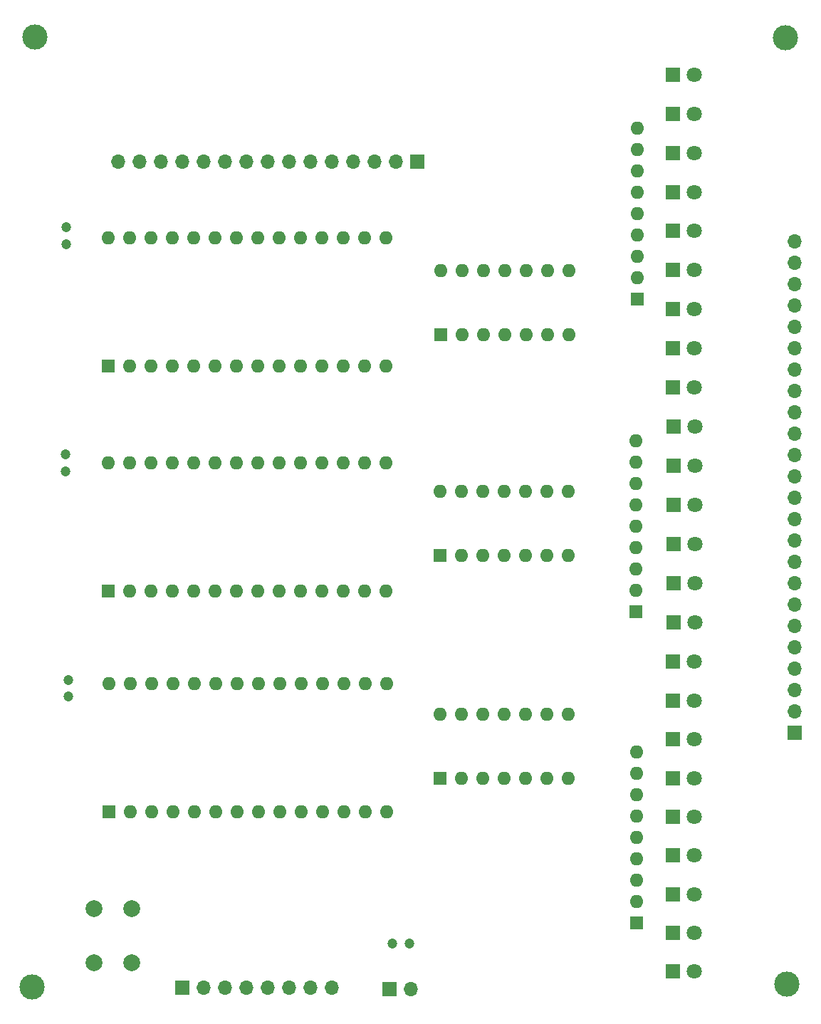
<source format=gbr>
%TF.GenerationSoftware,KiCad,Pcbnew,(5.1.9-0-10_14)*%
%TF.CreationDate,2021-04-22T20:40:29-04:00*%
%TF.ProjectId,CONTROL_LOGIC,434f4e54-524f-44c5-9f4c-4f4749432e6b,rev?*%
%TF.SameCoordinates,Original*%
%TF.FileFunction,Soldermask,Top*%
%TF.FilePolarity,Negative*%
%FSLAX46Y46*%
G04 Gerber Fmt 4.6, Leading zero omitted, Abs format (unit mm)*
G04 Created by KiCad (PCBNEW (5.1.9-0-10_14)) date 2021-04-22 20:40:29*
%MOMM*%
%LPD*%
G01*
G04 APERTURE LIST*
%ADD10O,1.600000X1.600000*%
%ADD11R,1.600000X1.600000*%
%ADD12C,3.000000*%
%ADD13C,2.000000*%
%ADD14O,1.700000X1.700000*%
%ADD15R,1.700000X1.700000*%
%ADD16C,1.800000*%
%ADD17R,1.800000X1.800000*%
%ADD18C,1.200000*%
G04 APERTURE END LIST*
D10*
%TO.C,U3*%
X146100800Y-56718200D03*
X161340800Y-64338200D03*
X148640800Y-56718200D03*
X158800800Y-64338200D03*
X151180800Y-56718200D03*
X156260800Y-64338200D03*
X153720800Y-56718200D03*
X153720800Y-64338200D03*
X156260800Y-56718200D03*
X151180800Y-64338200D03*
X158800800Y-56718200D03*
X148640800Y-64338200D03*
X161340800Y-56718200D03*
D11*
X146100800Y-64338200D03*
%TD*%
D10*
%TO.C,EEPROM3*%
X106654600Y-53086000D03*
X139674600Y-68326000D03*
X109194600Y-53086000D03*
X137134600Y-68326000D03*
X111734600Y-53086000D03*
X134594600Y-68326000D03*
X114274600Y-53086000D03*
X132054600Y-68326000D03*
X116814600Y-53086000D03*
X129514600Y-68326000D03*
X119354600Y-53086000D03*
X126974600Y-68326000D03*
X121894600Y-53086000D03*
X124434600Y-68326000D03*
X124434600Y-53086000D03*
X121894600Y-68326000D03*
X126974600Y-53086000D03*
X119354600Y-68326000D03*
X129514600Y-53086000D03*
X116814600Y-68326000D03*
X132054600Y-53086000D03*
X114274600Y-68326000D03*
X134594600Y-53086000D03*
X111734600Y-68326000D03*
X137134600Y-53086000D03*
X109194600Y-68326000D03*
X139674600Y-53086000D03*
D11*
X106654600Y-68326000D03*
%TD*%
D10*
%TO.C,EEPROM2*%
X106578400Y-26797000D03*
X139598400Y-42037000D03*
X109118400Y-26797000D03*
X137058400Y-42037000D03*
X111658400Y-26797000D03*
X134518400Y-42037000D03*
X114198400Y-26797000D03*
X131978400Y-42037000D03*
X116738400Y-26797000D03*
X129438400Y-42037000D03*
X119278400Y-26797000D03*
X126898400Y-42037000D03*
X121818400Y-26797000D03*
X124358400Y-42037000D03*
X124358400Y-26797000D03*
X121818400Y-42037000D03*
X126898400Y-26797000D03*
X119278400Y-42037000D03*
X129438400Y-26797000D03*
X116738400Y-42037000D03*
X131978400Y-26797000D03*
X114198400Y-42037000D03*
X134518400Y-26797000D03*
X111658400Y-42037000D03*
X137058400Y-26797000D03*
X109118400Y-42037000D03*
X139598400Y-26797000D03*
D11*
X106578400Y-42037000D03*
%TD*%
D10*
%TO.C,EEPROM1*%
X106578400Y-25400D03*
X139598400Y-15265400D03*
X109118400Y-25400D03*
X137058400Y-15265400D03*
X111658400Y-25400D03*
X134518400Y-15265400D03*
X114198400Y-25400D03*
X131978400Y-15265400D03*
X116738400Y-25400D03*
X129438400Y-15265400D03*
X119278400Y-25400D03*
X126898400Y-15265400D03*
X121818400Y-25400D03*
X124358400Y-15265400D03*
X124358400Y-25400D03*
X121818400Y-15265400D03*
X126898400Y-25400D03*
X119278400Y-15265400D03*
X129438400Y-25400D03*
X116738400Y-15265400D03*
X131978400Y-25400D03*
X114198400Y-15265400D03*
X134518400Y-25400D03*
X111658400Y-15265400D03*
X137058400Y-25400D03*
X109118400Y-15265400D03*
X139598400Y-25400D03*
D11*
X106578400Y-15265400D03*
%TD*%
D12*
%TO.C,REF\u002A\u002A*%
X97866200Y23850600D03*
%TD*%
%TO.C,REF\u002A\u002A*%
X187325000Y-88798400D03*
%TD*%
%TO.C,REF\u002A\u002A*%
X97561400Y-89128600D03*
%TD*%
%TO.C,REF\u002A\u002A*%
X187096400Y23749000D03*
%TD*%
D10*
%TO.C,U2*%
X146177000Y-3911600D03*
X161417000Y-11531600D03*
X148717000Y-3911600D03*
X158877000Y-11531600D03*
X151257000Y-3911600D03*
X156337000Y-11531600D03*
X153797000Y-3911600D03*
X153797000Y-11531600D03*
X156337000Y-3911600D03*
X151257000Y-11531600D03*
X158877000Y-3911600D03*
X148717000Y-11531600D03*
X161417000Y-3911600D03*
D11*
X146177000Y-11531600D03*
%TD*%
D13*
%TO.C,SW1*%
X104927400Y-79783800D03*
X109427400Y-79783800D03*
X104927400Y-86283800D03*
X109427400Y-86283800D03*
%TD*%
D10*
%TO.C,U1*%
X146028600Y-30238400D03*
X161268600Y-37858400D03*
X148568600Y-30238400D03*
X158728600Y-37858400D03*
X151108600Y-30238400D03*
X156188600Y-37858400D03*
X153648600Y-30238400D03*
X153648600Y-37858400D03*
X156188600Y-30238400D03*
X151108600Y-37858400D03*
X158728600Y-30238400D03*
X148568600Y-37858400D03*
X161268600Y-30238400D03*
D11*
X146028600Y-37858400D03*
%TD*%
D14*
%TO.C,J4*%
X133223000Y-89204800D03*
X130683000Y-89204800D03*
X128143000Y-89204800D03*
X125603000Y-89204800D03*
X123063000Y-89204800D03*
X120523000Y-89204800D03*
X117983000Y-89204800D03*
D15*
X115443000Y-89204800D03*
%TD*%
D14*
%TO.C,J3*%
X188188600Y-482600D03*
X188188600Y-3022600D03*
X188188600Y-5562600D03*
X188188600Y-8102600D03*
X188188600Y-10642600D03*
X188188600Y-13182600D03*
X188188600Y-15722600D03*
X188188600Y-18262600D03*
X188188600Y-20802600D03*
X188188600Y-23342600D03*
X188188600Y-25882600D03*
X188188600Y-28422600D03*
X188188600Y-30962600D03*
X188188600Y-33502600D03*
X188188600Y-36042600D03*
X188188600Y-38582600D03*
X188188600Y-41122600D03*
X188188600Y-43662600D03*
X188188600Y-46202600D03*
X188188600Y-48742600D03*
X188188600Y-51282600D03*
X188188600Y-53822600D03*
X188188600Y-56362600D03*
D15*
X188188600Y-58902600D03*
%TD*%
D10*
%TO.C,RN3*%
X169443400Y-61188600D03*
X169443400Y-63728600D03*
X169443400Y-66268600D03*
X169443400Y-68808600D03*
X169443400Y-71348600D03*
X169443400Y-73888600D03*
X169443400Y-76428600D03*
X169443400Y-78968600D03*
D11*
X169443400Y-81508600D03*
%TD*%
D10*
%TO.C,RN2*%
X169341800Y-24206200D03*
X169341800Y-26746200D03*
X169341800Y-29286200D03*
X169341800Y-31826200D03*
X169341800Y-34366200D03*
X169341800Y-36906200D03*
X169341800Y-39446200D03*
X169341800Y-41986200D03*
D11*
X169341800Y-44526200D03*
%TD*%
D16*
%TO.C,D24*%
X176326800Y-87274400D03*
D17*
X173786800Y-87274400D03*
%TD*%
D16*
%TO.C,D23*%
X176326800Y-82677000D03*
D17*
X173786800Y-82677000D03*
%TD*%
D16*
%TO.C,D22*%
X176326800Y-78079600D03*
D17*
X173786800Y-78079600D03*
%TD*%
D16*
%TO.C,D21*%
X176326800Y-73482200D03*
D17*
X173786800Y-73482200D03*
%TD*%
D16*
%TO.C,D20*%
X176326800Y-68884800D03*
D17*
X173786800Y-68884800D03*
%TD*%
D16*
%TO.C,D19*%
X176326800Y-64287400D03*
D17*
X173786800Y-64287400D03*
%TD*%
D16*
%TO.C,D18*%
X176326800Y-59690000D03*
D17*
X173786800Y-59690000D03*
%TD*%
D16*
%TO.C,D17*%
X176326800Y-55067200D03*
D17*
X173786800Y-55067200D03*
%TD*%
D16*
%TO.C,D16*%
X176326800Y-50444400D03*
D17*
X173786800Y-50444400D03*
%TD*%
D16*
%TO.C,D15*%
X176352200Y-45770800D03*
D17*
X173812200Y-45770800D03*
%TD*%
D16*
%TO.C,D14*%
X176352200Y-41097200D03*
D17*
X173812200Y-41097200D03*
%TD*%
D16*
%TO.C,D13*%
X176352200Y-36449000D03*
D17*
X173812200Y-36449000D03*
%TD*%
D16*
%TO.C,D12*%
X176352200Y-31800800D03*
D17*
X173812200Y-31800800D03*
%TD*%
D16*
%TO.C,D11*%
X176352200Y-27152600D03*
D17*
X173812200Y-27152600D03*
%TD*%
D16*
%TO.C,D10*%
X176352200Y-22504400D03*
D17*
X173812200Y-22504400D03*
%TD*%
D16*
%TO.C,D9*%
X176326800Y-17856200D03*
D17*
X173786800Y-17856200D03*
%TD*%
D16*
%TO.C,D8*%
X176301400Y-13208000D03*
D17*
X173761400Y-13208000D03*
%TD*%
D16*
%TO.C,D7*%
X176301400Y-8534400D03*
D17*
X173761400Y-8534400D03*
%TD*%
D16*
%TO.C,D6*%
X176326800Y-3860800D03*
D17*
X173786800Y-3860800D03*
%TD*%
D16*
%TO.C,D5*%
X176326800Y762000D03*
D17*
X173786800Y762000D03*
%TD*%
D16*
%TO.C,D4*%
X176326800Y5384800D03*
D17*
X173786800Y5384800D03*
%TD*%
D16*
%TO.C,D3*%
X176326800Y10033000D03*
D17*
X173786800Y10033000D03*
%TD*%
D16*
%TO.C,D2*%
X176326800Y14655800D03*
D17*
X173786800Y14655800D03*
%TD*%
D16*
%TO.C,D1*%
X176326800Y19304000D03*
D17*
X173786800Y19304000D03*
%TD*%
D10*
%TO.C,RN1*%
X169545000Y12979400D03*
X169545000Y10439400D03*
X169545000Y7899400D03*
X169545000Y5359400D03*
X169545000Y2819400D03*
X169545000Y279400D03*
X169545000Y-2260600D03*
X169545000Y-4800600D03*
D11*
X169545000Y-7340600D03*
%TD*%
D14*
%TO.C,J2*%
X107823000Y8991600D03*
X110363000Y8991600D03*
X112903000Y8991600D03*
X115443000Y8991600D03*
X117983000Y8991600D03*
X120523000Y8991600D03*
X123063000Y8991600D03*
X125603000Y8991600D03*
X128143000Y8991600D03*
X130683000Y8991600D03*
X133223000Y8991600D03*
X135763000Y8991600D03*
X138303000Y8991600D03*
X140843000Y8991600D03*
D15*
X143383000Y8991600D03*
%TD*%
D14*
%TO.C,J1*%
X142595600Y-89408000D03*
D15*
X140055600Y-89408000D03*
%TD*%
D18*
%TO.C,C5*%
X101498400Y-27813000D03*
X101498400Y-25813000D03*
%TD*%
%TO.C,C3*%
X101600000Y1212600D03*
X101600000Y-787400D03*
%TD*%
%TO.C,C2*%
X140392400Y-83972400D03*
X142392400Y-83972400D03*
%TD*%
%TO.C,C1*%
X101904800Y-54603400D03*
X101904800Y-52603400D03*
%TD*%
M02*

</source>
